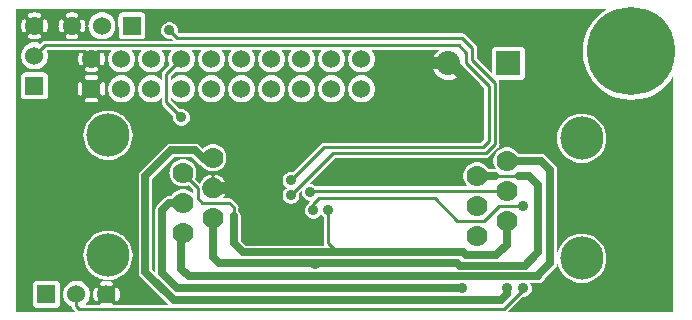
<source format=gbr>
G04 start of page 3 for group 1 idx 1 *
G04 Title: (unknown), solder *
G04 Creator: pcb 20110918 *
G04 CreationDate: Mon 02 Feb 2015 06:09:46 PM GMT UTC *
G04 For: railfan *
G04 Format: Gerber/RS-274X *
G04 PCB-Dimensions: 222000 104000 *
G04 PCB-Coordinate-Origin: lower left *
%MOIN*%
%FSLAX25Y25*%
%LNBOTTOM*%
%ADD48C,0.0300*%
%ADD47C,0.0480*%
%ADD46C,0.0380*%
%ADD45C,0.1280*%
%ADD44C,0.1285*%
%ADD43C,0.0200*%
%ADD42C,0.0360*%
%ADD41C,0.0700*%
%ADD40C,0.0800*%
%ADD39C,0.0600*%
%ADD38C,0.1440*%
%ADD37C,0.2937*%
%ADD36C,0.0250*%
%ADD35C,0.0400*%
%ADD34C,0.0100*%
%ADD33C,0.0001*%
G54D33*G36*
X96493Y41872D02*X96778Y42157D01*
X96726Y41939D01*
X96691Y41500D01*
X96726Y41061D01*
X96829Y40632D01*
X96997Y40225D01*
X97228Y39849D01*
X97514Y39514D01*
X97849Y39228D01*
X98225Y38997D01*
X98632Y38829D01*
X99061Y38726D01*
X99500Y38691D01*
X99576Y38697D01*
X99481Y38602D01*
X99436Y38564D01*
X99283Y38384D01*
X99159Y38183D01*
X99069Y37965D01*
X99053Y37897D01*
X98849Y37772D01*
X98514Y37486D01*
X98228Y37151D01*
X97997Y36775D01*
X97829Y36368D01*
X97726Y35939D01*
X97691Y35500D01*
X97726Y35061D01*
X97829Y34632D01*
X97997Y34225D01*
X98228Y33849D01*
X98514Y33514D01*
X98849Y33228D01*
X99225Y32997D01*
X99632Y32829D01*
X100061Y32726D01*
X100500Y32691D01*
X100939Y32726D01*
X101368Y32829D01*
X101775Y32997D01*
X102151Y33228D01*
X102486Y33514D01*
X102772Y33849D01*
X103000Y34221D01*
X103228Y33849D01*
X103514Y33514D01*
X103849Y33228D01*
X104000Y33135D01*
Y24559D01*
X103995Y24500D01*
X104014Y24265D01*
X104069Y24035D01*
X104159Y23817D01*
X104200Y23750D01*
X96493D01*
Y41872D01*
G37*
G36*
X116493Y81487D02*X116500Y81486D01*
X117206Y81542D01*
X117895Y81707D01*
X118549Y81978D01*
X119153Y82348D01*
X119692Y82808D01*
X120152Y83347D01*
X120522Y83951D01*
X120793Y84605D01*
X120958Y85294D01*
X121000Y86000D01*
X120958Y86706D01*
X120793Y87395D01*
X120522Y88049D01*
X120152Y88653D01*
X119856Y89000D01*
X142317D01*
X142257Y88963D01*
X141599Y88401D01*
X141037Y87743D01*
X140584Y87005D01*
X140253Y86205D01*
X140051Y85363D01*
X139983Y84500D01*
X140051Y83637D01*
X140253Y82795D01*
X140584Y81995D01*
X141037Y81257D01*
X141599Y80599D01*
X142257Y80037D01*
X142995Y79584D01*
X143795Y79253D01*
X144637Y79051D01*
X145500Y78983D01*
X146363Y79051D01*
X147205Y79253D01*
X148005Y79584D01*
X148743Y80037D01*
X149401Y80599D01*
X149963Y81257D01*
X150416Y81995D01*
X150747Y82795D01*
X150812Y83067D01*
X157500Y76379D01*
Y59121D01*
X156379Y58000D01*
X116493D01*
Y71487D01*
X116500Y71486D01*
X117206Y71542D01*
X117895Y71707D01*
X118549Y71978D01*
X119153Y72348D01*
X119692Y72808D01*
X120152Y73347D01*
X120522Y73951D01*
X120793Y74605D01*
X120958Y75294D01*
X121000Y76000D01*
X120958Y76706D01*
X120793Y77395D01*
X120522Y78049D01*
X120152Y78653D01*
X119692Y79192D01*
X119153Y79652D01*
X118549Y80022D01*
X117895Y80293D01*
X117206Y80458D01*
X116500Y80514D01*
X116493Y80513D01*
Y81487D01*
G37*
G36*
X106493D02*X106500Y81486D01*
X107206Y81542D01*
X107895Y81707D01*
X108549Y81978D01*
X109153Y82348D01*
X109692Y82808D01*
X110152Y83347D01*
X110522Y83951D01*
X110793Y84605D01*
X110958Y85294D01*
X111000Y86000D01*
X110958Y86706D01*
X110793Y87395D01*
X110522Y88049D01*
X110152Y88653D01*
X109856Y89000D01*
X113144D01*
X112848Y88653D01*
X112478Y88049D01*
X112207Y87395D01*
X112042Y86706D01*
X111986Y86000D01*
X112042Y85294D01*
X112207Y84605D01*
X112478Y83951D01*
X112848Y83347D01*
X113308Y82808D01*
X113847Y82348D01*
X114451Y81978D01*
X115105Y81707D01*
X115794Y81542D01*
X116493Y81487D01*
Y80513D01*
X115794Y80458D01*
X115105Y80293D01*
X114451Y80022D01*
X113847Y79652D01*
X113308Y79192D01*
X112848Y78653D01*
X112478Y78049D01*
X112207Y77395D01*
X112042Y76706D01*
X111986Y76000D01*
X112042Y75294D01*
X112207Y74605D01*
X112478Y73951D01*
X112848Y73347D01*
X113308Y72808D01*
X113847Y72348D01*
X114451Y71978D01*
X115105Y71707D01*
X115794Y71542D01*
X116493Y71487D01*
Y58000D01*
X106493D01*
Y71487D01*
X106500Y71486D01*
X107206Y71542D01*
X107895Y71707D01*
X108549Y71978D01*
X109153Y72348D01*
X109692Y72808D01*
X110152Y73347D01*
X110522Y73951D01*
X110793Y74605D01*
X110958Y75294D01*
X111000Y76000D01*
X110958Y76706D01*
X110793Y77395D01*
X110522Y78049D01*
X110152Y78653D01*
X109692Y79192D01*
X109153Y79652D01*
X108549Y80022D01*
X107895Y80293D01*
X107206Y80458D01*
X106500Y80514D01*
X106493Y80513D01*
Y81487D01*
G37*
G36*
X96493D02*X96500Y81486D01*
X97206Y81542D01*
X97895Y81707D01*
X98549Y81978D01*
X99153Y82348D01*
X99692Y82808D01*
X100152Y83347D01*
X100522Y83951D01*
X100793Y84605D01*
X100958Y85294D01*
X101000Y86000D01*
X100958Y86706D01*
X100793Y87395D01*
X100522Y88049D01*
X100152Y88653D01*
X99856Y89000D01*
X103144D01*
X102848Y88653D01*
X102478Y88049D01*
X102207Y87395D01*
X102042Y86706D01*
X101986Y86000D01*
X102042Y85294D01*
X102207Y84605D01*
X102478Y83951D01*
X102848Y83347D01*
X103308Y82808D01*
X103847Y82348D01*
X104451Y81978D01*
X105105Y81707D01*
X105794Y81542D01*
X106493Y81487D01*
Y80513D01*
X105794Y80458D01*
X105105Y80293D01*
X104451Y80022D01*
X103847Y79652D01*
X103308Y79192D01*
X102848Y78653D01*
X102478Y78049D01*
X102207Y77395D01*
X102042Y76706D01*
X101986Y76000D01*
X102042Y75294D01*
X102207Y74605D01*
X102478Y73951D01*
X102848Y73347D01*
X103308Y72808D01*
X103847Y72348D01*
X104451Y71978D01*
X105105Y71707D01*
X105794Y71542D01*
X106493Y71487D01*
Y58000D01*
X104059D01*
X104000Y58005D01*
X103765Y57986D01*
X103535Y57931D01*
X103317Y57841D01*
X103116Y57717D01*
X103115Y57717D01*
X102936Y57564D01*
X102898Y57519D01*
X96493Y51114D01*
Y71487D01*
X96500Y71486D01*
X97206Y71542D01*
X97895Y71707D01*
X98549Y71978D01*
X99153Y72348D01*
X99692Y72808D01*
X100152Y73347D01*
X100522Y73951D01*
X100793Y74605D01*
X100958Y75294D01*
X101000Y76000D01*
X100958Y76706D01*
X100793Y77395D01*
X100522Y78049D01*
X100152Y78653D01*
X99692Y79192D01*
X99153Y79652D01*
X98549Y80022D01*
X97895Y80293D01*
X97206Y80458D01*
X96500Y80514D01*
X96493Y80513D01*
Y81487D01*
G37*
G36*
X86493D02*X86500Y81486D01*
X87206Y81542D01*
X87895Y81707D01*
X88549Y81978D01*
X89153Y82348D01*
X89692Y82808D01*
X90152Y83347D01*
X90522Y83951D01*
X90793Y84605D01*
X90958Y85294D01*
X91000Y86000D01*
X90958Y86706D01*
X90793Y87395D01*
X90522Y88049D01*
X90152Y88653D01*
X89856Y89000D01*
X93144D01*
X92848Y88653D01*
X92478Y88049D01*
X92207Y87395D01*
X92042Y86706D01*
X91986Y86000D01*
X92042Y85294D01*
X92207Y84605D01*
X92478Y83951D01*
X92848Y83347D01*
X93308Y82808D01*
X93847Y82348D01*
X94451Y81978D01*
X95105Y81707D01*
X95794Y81542D01*
X96493Y81487D01*
Y80513D01*
X95794Y80458D01*
X95105Y80293D01*
X94451Y80022D01*
X93847Y79652D01*
X93308Y79192D01*
X92848Y78653D01*
X92478Y78049D01*
X92207Y77395D01*
X92042Y76706D01*
X91986Y76000D01*
X92042Y75294D01*
X92207Y74605D01*
X92478Y73951D01*
X92848Y73347D01*
X93308Y72808D01*
X93847Y72348D01*
X94451Y71978D01*
X95105Y71707D01*
X95794Y71542D01*
X96493Y71487D01*
Y51114D01*
X93611Y48233D01*
X93439Y48274D01*
X93000Y48309D01*
X92561Y48274D01*
X92132Y48171D01*
X91725Y48003D01*
X91349Y47772D01*
X91014Y47486D01*
X90728Y47151D01*
X90497Y46775D01*
X90329Y46368D01*
X90226Y45939D01*
X90191Y45500D01*
X90226Y45061D01*
X90329Y44632D01*
X90497Y44225D01*
X90728Y43849D01*
X91014Y43514D01*
X91349Y43228D01*
X91721Y43000D01*
X91349Y42772D01*
X91014Y42486D01*
X90728Y42151D01*
X90497Y41775D01*
X90329Y41368D01*
X90226Y40939D01*
X90191Y40500D01*
X90226Y40061D01*
X90329Y39632D01*
X90497Y39225D01*
X90728Y38849D01*
X91014Y38514D01*
X91349Y38228D01*
X91725Y37997D01*
X92132Y37829D01*
X92561Y37726D01*
X93000Y37691D01*
X93439Y37726D01*
X93868Y37829D01*
X94275Y37997D01*
X94651Y38228D01*
X94986Y38514D01*
X95272Y38849D01*
X95503Y39225D01*
X95671Y39632D01*
X95774Y40061D01*
X95800Y40500D01*
X95774Y40939D01*
X95733Y41111D01*
X96493Y41872D01*
Y23750D01*
X86493D01*
Y71487D01*
X86500Y71486D01*
X87206Y71542D01*
X87895Y71707D01*
X88549Y71978D01*
X89153Y72348D01*
X89692Y72808D01*
X90152Y73347D01*
X90522Y73951D01*
X90793Y74605D01*
X90958Y75294D01*
X91000Y76000D01*
X90958Y76706D01*
X90793Y77395D01*
X90522Y78049D01*
X90152Y78653D01*
X89692Y79192D01*
X89153Y79652D01*
X88549Y80022D01*
X87895Y80293D01*
X87206Y80458D01*
X86500Y80514D01*
X86493Y80513D01*
Y81487D01*
G37*
G36*
X76493D02*X76500Y81486D01*
X77206Y81542D01*
X77895Y81707D01*
X78549Y81978D01*
X79153Y82348D01*
X79692Y82808D01*
X80152Y83347D01*
X80522Y83951D01*
X80793Y84605D01*
X80958Y85294D01*
X81000Y86000D01*
X80958Y86706D01*
X80793Y87395D01*
X80522Y88049D01*
X80152Y88653D01*
X79856Y89000D01*
X83144D01*
X82848Y88653D01*
X82478Y88049D01*
X82207Y87395D01*
X82042Y86706D01*
X81986Y86000D01*
X82042Y85294D01*
X82207Y84605D01*
X82478Y83951D01*
X82848Y83347D01*
X83308Y82808D01*
X83847Y82348D01*
X84451Y81978D01*
X85105Y81707D01*
X85794Y81542D01*
X86493Y81487D01*
Y80513D01*
X85794Y80458D01*
X85105Y80293D01*
X84451Y80022D01*
X83847Y79652D01*
X83308Y79192D01*
X82848Y78653D01*
X82478Y78049D01*
X82207Y77395D01*
X82042Y76706D01*
X81986Y76000D01*
X82042Y75294D01*
X82207Y74605D01*
X82478Y73951D01*
X82848Y73347D01*
X83308Y72808D01*
X83847Y72348D01*
X84451Y71978D01*
X85105Y71707D01*
X85794Y71542D01*
X86493Y71487D01*
Y23750D01*
X77932D01*
X76493Y25189D01*
Y71487D01*
X76500Y71486D01*
X77206Y71542D01*
X77895Y71707D01*
X78549Y71978D01*
X79153Y72348D01*
X79692Y72808D01*
X80152Y73347D01*
X80522Y73951D01*
X80793Y74605D01*
X80958Y75294D01*
X81000Y76000D01*
X80958Y76706D01*
X80793Y77395D01*
X80522Y78049D01*
X80152Y78653D01*
X79692Y79192D01*
X79153Y79652D01*
X78549Y80022D01*
X77895Y80293D01*
X77206Y80458D01*
X76500Y80514D01*
X76493Y80513D01*
Y81487D01*
G37*
G36*
X69431Y82585D02*X69692Y82808D01*
X70152Y83347D01*
X70522Y83951D01*
X70793Y84605D01*
X70958Y85294D01*
X71000Y86000D01*
X70958Y86706D01*
X70793Y87395D01*
X70522Y88049D01*
X70152Y88653D01*
X69856Y89000D01*
X73144D01*
X72848Y88653D01*
X72478Y88049D01*
X72207Y87395D01*
X72042Y86706D01*
X71986Y86000D01*
X72042Y85294D01*
X72207Y84605D01*
X72478Y83951D01*
X72848Y83347D01*
X73308Y82808D01*
X73847Y82348D01*
X74451Y81978D01*
X75105Y81707D01*
X75794Y81542D01*
X76493Y81487D01*
Y80513D01*
X75794Y80458D01*
X75105Y80293D01*
X74451Y80022D01*
X73847Y79652D01*
X73308Y79192D01*
X72848Y78653D01*
X72478Y78049D01*
X72207Y77395D01*
X72042Y76706D01*
X71986Y76000D01*
X72042Y75294D01*
X72207Y74605D01*
X72478Y73951D01*
X72848Y73347D01*
X73308Y72808D01*
X73847Y72348D01*
X74451Y71978D01*
X75105Y71707D01*
X75794Y71542D01*
X76493Y71487D01*
Y25189D01*
X76250Y25432D01*
Y33500D01*
X76229Y33853D01*
X76146Y34197D01*
X76011Y34525D01*
X75826Y34827D01*
X75596Y35096D01*
X75500Y35178D01*
Y36441D01*
X75505Y36500D01*
X75486Y36735D01*
X75486Y36735D01*
X75431Y36965D01*
X75341Y37183D01*
X75217Y37384D01*
X75064Y37564D01*
X75019Y37602D01*
X73602Y39019D01*
X73564Y39064D01*
X73384Y39217D01*
X73183Y39341D01*
X72965Y39431D01*
X72735Y39486D01*
X72500Y39505D01*
X72441Y39500D01*
X69831D01*
X69889Y39544D01*
X70185Y39815D01*
X70456Y40111D01*
X70700Y40431D01*
X70914Y40771D01*
X71097Y41128D01*
X71248Y41501D01*
X71364Y41886D01*
X71379Y41964D01*
X71380Y42043D01*
X71368Y42121D01*
X71345Y42197D01*
X71310Y42268D01*
X71264Y42333D01*
X71209Y42390D01*
X71146Y42437D01*
X71076Y42474D01*
X71001Y42500D01*
X70923Y42513D01*
X70843Y42514D01*
X70765Y42503D01*
X70689Y42480D01*
X70618Y42445D01*
X70553Y42399D01*
X70496Y42344D01*
X70449Y42280D01*
X70412Y42210D01*
X70388Y42135D01*
X70301Y41835D01*
X70184Y41546D01*
X70041Y41268D01*
X69875Y41004D01*
X69686Y40756D01*
X69475Y40525D01*
X69431Y40485D01*
Y45515D01*
X69475Y45475D01*
X69686Y45244D01*
X69875Y44996D01*
X70041Y44732D01*
X70184Y44454D01*
X70301Y44165D01*
X70391Y43866D01*
X70415Y43791D01*
X70452Y43721D01*
X70499Y43658D01*
X70555Y43604D01*
X70620Y43558D01*
X70690Y43524D01*
X70766Y43500D01*
X70843Y43489D01*
X70922Y43490D01*
X71000Y43504D01*
X71074Y43529D01*
X71144Y43566D01*
X71207Y43613D01*
X71262Y43669D01*
X71307Y43734D01*
X71342Y43804D01*
X71365Y43880D01*
X71376Y43957D01*
X71375Y44036D01*
X71360Y44113D01*
X71248Y44499D01*
X71097Y44872D01*
X70914Y45229D01*
X70700Y45569D01*
X70456Y45889D01*
X70185Y46185D01*
X69889Y46456D01*
X69569Y46700D01*
X69431Y46787D01*
Y49212D01*
X69653Y49348D01*
X70192Y49808D01*
X70652Y50347D01*
X71022Y50951D01*
X71293Y51605D01*
X71458Y52294D01*
X71500Y53000D01*
X71458Y53706D01*
X71293Y54395D01*
X71022Y55049D01*
X70652Y55653D01*
X70192Y56192D01*
X69653Y56652D01*
X69431Y56788D01*
Y72585D01*
X69692Y72808D01*
X70152Y73347D01*
X70522Y73951D01*
X70793Y74605D01*
X70958Y75294D01*
X71000Y76000D01*
X70958Y76706D01*
X70793Y77395D01*
X70522Y78049D01*
X70152Y78653D01*
X69692Y79192D01*
X69431Y79415D01*
Y82585D01*
G37*
G36*
Y56788D02*X69049Y57022D01*
X68395Y57293D01*
X67706Y57458D01*
X67000Y57514D01*
X66493Y57474D01*
Y71487D01*
X66500Y71486D01*
X67206Y71542D01*
X67895Y71707D01*
X68549Y71978D01*
X69153Y72348D01*
X69431Y72585D01*
Y56788D01*
G37*
G36*
Y40485D02*X69244Y40314D01*
X68996Y40125D01*
X68732Y39959D01*
X68454Y39816D01*
X68165Y39699D01*
X67866Y39609D01*
X67791Y39585D01*
X67721Y39548D01*
X67658Y39501D01*
X67657Y39500D01*
X66493D01*
Y46744D01*
X66500Y46766D01*
X66511Y46844D01*
X66510Y46922D01*
X66496Y47000D01*
X66493Y47009D01*
Y48526D01*
X67000Y48486D01*
X67706Y48542D01*
X68395Y48707D01*
X69049Y48978D01*
X69431Y49212D01*
Y46787D01*
X69229Y46914D01*
X68872Y47097D01*
X68499Y47248D01*
X68114Y47364D01*
X68036Y47379D01*
X67957Y47380D01*
X67879Y47368D01*
X67803Y47345D01*
X67732Y47310D01*
X67667Y47264D01*
X67610Y47209D01*
X67563Y47146D01*
X67526Y47076D01*
X67500Y47001D01*
X67487Y46923D01*
X67486Y46843D01*
X67497Y46765D01*
X67520Y46689D01*
X67555Y46618D01*
X67601Y46553D01*
X67656Y46496D01*
X67720Y46449D01*
X67790Y46412D01*
X67865Y46388D01*
X68165Y46301D01*
X68454Y46184D01*
X68732Y46041D01*
X68996Y45875D01*
X69244Y45686D01*
X69431Y45515D01*
Y40485D01*
G37*
G36*
X66493Y81487D02*X66500Y81486D01*
X67206Y81542D01*
X67895Y81707D01*
X68549Y81978D01*
X69153Y82348D01*
X69431Y82585D01*
Y79415D01*
X69153Y79652D01*
X68549Y80022D01*
X67895Y80293D01*
X67206Y80458D01*
X66500Y80514D01*
X66493Y80513D01*
Y81487D01*
G37*
G36*
Y47009D02*X66471Y47074D01*
X66434Y47144D01*
X66387Y47207D01*
X66331Y47262D01*
X66266Y47307D01*
X66196Y47342D01*
X66120Y47365D01*
X66043Y47376D01*
X65964Y47375D01*
X65887Y47360D01*
X65501Y47248D01*
X65128Y47097D01*
X64771Y46914D01*
X64431Y46700D01*
X64111Y46456D01*
X63815Y46185D01*
X63544Y45889D01*
X63300Y45569D01*
X63086Y45229D01*
X62903Y44872D01*
X62752Y44499D01*
X62722Y44399D01*
X61065Y46056D01*
X61293Y46605D01*
X61458Y47294D01*
X61500Y48000D01*
X61458Y48706D01*
X61293Y49395D01*
X61022Y50049D01*
X60652Y50653D01*
X60192Y51192D01*
X59653Y51652D01*
X59049Y52022D01*
X58395Y52293D01*
X57706Y52458D01*
X57000Y52514D01*
X56294Y52458D01*
X55605Y52293D01*
X54951Y52022D01*
X54347Y51652D01*
X53808Y51192D01*
X53348Y50653D01*
X52978Y50049D01*
X52707Y49395D01*
X52542Y48706D01*
X52486Y48000D01*
X52542Y47294D01*
X52707Y46605D01*
X52978Y45951D01*
X53348Y45347D01*
X53808Y44808D01*
X54347Y44348D01*
X54951Y43978D01*
X55605Y43707D01*
X56294Y43542D01*
X57000Y43486D01*
X57706Y43542D01*
X58395Y43707D01*
X58944Y43935D01*
X60500Y42379D01*
Y40831D01*
X60192Y41192D01*
X59653Y41652D01*
X59049Y42022D01*
X58395Y42293D01*
X57706Y42458D01*
X57000Y42514D01*
X56294Y42458D01*
X55605Y42293D01*
X54951Y42022D01*
X54347Y41652D01*
X53808Y41192D01*
X53348Y40653D01*
X53101Y40250D01*
X52588D01*
X52500Y40257D01*
X52147Y40229D01*
X51803Y40146D01*
X51475Y40011D01*
X51173Y39826D01*
X51173Y39826D01*
X50904Y39596D01*
X50847Y39529D01*
X48471Y37153D01*
X48404Y37096D01*
X48174Y36827D01*
X47989Y36525D01*
X47854Y36197D01*
X47771Y35853D01*
X47771Y35853D01*
X47743Y35500D01*
X47750Y35412D01*
Y14932D01*
X46750Y15932D01*
Y46068D01*
X53932Y53250D01*
X60068D01*
X62347Y50971D01*
X62404Y50904D01*
X62673Y50674D01*
X62673Y50674D01*
X62861Y50559D01*
X62975Y50489D01*
X63303Y50354D01*
X63353Y50341D01*
X63808Y49808D01*
X64347Y49348D01*
X64951Y48978D01*
X65605Y48707D01*
X66294Y48542D01*
X66493Y48526D01*
Y47009D01*
G37*
G36*
Y39500D02*X66347D01*
X66344Y39504D01*
X66280Y39551D01*
X66210Y39588D01*
X66135Y39612D01*
X65835Y39699D01*
X65546Y39816D01*
X65268Y39959D01*
X65004Y40125D01*
X64756Y40314D01*
X64525Y40525D01*
X64314Y40756D01*
X64125Y41004D01*
X63959Y41268D01*
X63816Y41546D01*
X63699Y41835D01*
X63609Y42134D01*
X63585Y42209D01*
X63548Y42279D01*
X63501Y42342D01*
X63500Y42343D01*
Y42941D01*
X63505Y43000D01*
X63486Y43235D01*
X63486Y43235D01*
X63431Y43465D01*
X63391Y43562D01*
X63447Y43601D01*
X63504Y43656D01*
X63551Y43720D01*
X63588Y43790D01*
X63612Y43865D01*
X63699Y44165D01*
X63816Y44454D01*
X63959Y44732D01*
X64125Y44996D01*
X64314Y45244D01*
X64525Y45475D01*
X64756Y45686D01*
X65004Y45875D01*
X65268Y46041D01*
X65546Y46184D01*
X65835Y46301D01*
X66134Y46391D01*
X66209Y46415D01*
X66279Y46452D01*
X66342Y46499D01*
X66396Y46555D01*
X66442Y46620D01*
X66476Y46690D01*
X66493Y46744D01*
Y39500D01*
G37*
G36*
X42000Y75824D02*X42042Y75294D01*
X42207Y74605D01*
X42478Y73951D01*
X42848Y73347D01*
X43308Y72808D01*
X43847Y72348D01*
X44451Y71978D01*
X45105Y71707D01*
X45794Y71542D01*
X46500Y71486D01*
X47206Y71542D01*
X47895Y71707D01*
X48549Y71978D01*
X49153Y72348D01*
X49692Y72808D01*
X50000Y73169D01*
Y71559D01*
X49995Y71500D01*
X50014Y71265D01*
X50069Y71035D01*
X50159Y70817D01*
X50283Y70616D01*
X50436Y70436D01*
X50481Y70398D01*
X53767Y67111D01*
X53726Y66939D01*
X53691Y66500D01*
X53726Y66061D01*
X53829Y65632D01*
X53997Y65225D01*
X54228Y64849D01*
X54514Y64514D01*
X54849Y64228D01*
X55225Y63997D01*
X55632Y63829D01*
X56061Y63726D01*
X56500Y63691D01*
X56939Y63726D01*
X57368Y63829D01*
X57775Y63997D01*
X58151Y64228D01*
X58486Y64514D01*
X58772Y64849D01*
X59003Y65225D01*
X59171Y65632D01*
X59274Y66061D01*
X59300Y66500D01*
X59274Y66939D01*
X59171Y67368D01*
X59003Y67775D01*
X58772Y68151D01*
X58486Y68486D01*
X58151Y68772D01*
X57775Y69003D01*
X57368Y69171D01*
X56939Y69274D01*
X56500Y69309D01*
X56061Y69274D01*
X55889Y69233D01*
X53000Y72121D01*
Y73169D01*
X53308Y72808D01*
X53847Y72348D01*
X54451Y71978D01*
X55105Y71707D01*
X55794Y71542D01*
X56500Y71486D01*
X57206Y71542D01*
X57895Y71707D01*
X58549Y71978D01*
X59153Y72348D01*
X59692Y72808D01*
X60152Y73347D01*
X60522Y73951D01*
X60793Y74605D01*
X60958Y75294D01*
X61000Y76000D01*
X60958Y76706D01*
X60793Y77395D01*
X60522Y78049D01*
X60152Y78653D01*
X59692Y79192D01*
X59153Y79652D01*
X58549Y80022D01*
X57895Y80293D01*
X57206Y80458D01*
X56500Y80514D01*
X55794Y80458D01*
X55105Y80293D01*
X54451Y80022D01*
X53847Y79652D01*
X53308Y79192D01*
X53000Y78831D01*
Y80379D01*
X54556Y81935D01*
X55105Y81707D01*
X55794Y81542D01*
X56500Y81486D01*
X57206Y81542D01*
X57895Y81707D01*
X58549Y81978D01*
X59153Y82348D01*
X59692Y82808D01*
X60152Y83347D01*
X60522Y83951D01*
X60793Y84605D01*
X60958Y85294D01*
X61000Y86000D01*
X60958Y86706D01*
X60793Y87395D01*
X60522Y88049D01*
X60152Y88653D01*
X59856Y89000D01*
X63144D01*
X62848Y88653D01*
X62478Y88049D01*
X62207Y87395D01*
X62042Y86706D01*
X61986Y86000D01*
X62042Y85294D01*
X62207Y84605D01*
X62478Y83951D01*
X62848Y83347D01*
X63308Y82808D01*
X63847Y82348D01*
X64451Y81978D01*
X65105Y81707D01*
X65794Y81542D01*
X66493Y81487D01*
Y80513D01*
X65794Y80458D01*
X65105Y80293D01*
X64451Y80022D01*
X63847Y79652D01*
X63308Y79192D01*
X62848Y78653D01*
X62478Y78049D01*
X62207Y77395D01*
X62042Y76706D01*
X61986Y76000D01*
X62042Y75294D01*
X62207Y74605D01*
X62478Y73951D01*
X62848Y73347D01*
X63308Y72808D01*
X63847Y72348D01*
X64451Y71978D01*
X65105Y71707D01*
X65794Y71542D01*
X66493Y71487D01*
Y57474D01*
X66294Y57458D01*
X65605Y57293D01*
X64951Y57022D01*
X64347Y56652D01*
X63808Y56192D01*
X63662Y56020D01*
X62653Y57029D01*
X62596Y57096D01*
X62327Y57326D01*
X62327Y57326D01*
X62212Y57396D01*
X62025Y57511D01*
X61793Y57607D01*
X61697Y57646D01*
X61353Y57729D01*
X61000Y57757D01*
X60912Y57750D01*
X53088D01*
X53000Y57757D01*
X52647Y57729D01*
X52303Y57646D01*
X51975Y57511D01*
X51673Y57326D01*
X51673Y57326D01*
X51404Y57096D01*
X51347Y57029D01*
X42971Y48653D01*
X42904Y48596D01*
X42674Y48327D01*
X42489Y48025D01*
X42354Y47697D01*
X42271Y47353D01*
X42271Y47353D01*
X42243Y47000D01*
X42250Y46912D01*
Y15088D01*
X42243Y15000D01*
X42271Y14647D01*
X42354Y14303D01*
X42489Y13975D01*
X42674Y13673D01*
X42674Y13673D01*
X42904Y13404D01*
X42971Y13347D01*
X52318Y4000D01*
X42000D01*
Y52385D01*
X42061Y52439D01*
X44061Y54439D01*
X44217Y54616D01*
X44341Y54817D01*
X44431Y55035D01*
X44486Y55265D01*
X44505Y55500D01*
X44486Y55735D01*
X44431Y55965D01*
X44341Y56183D01*
X44217Y56384D01*
X44064Y56564D01*
X43884Y56717D01*
X43683Y56841D01*
X43465Y56931D01*
X43235Y56986D01*
X43000Y57005D01*
X42765Y56986D01*
X42535Y56931D01*
X42317Y56841D01*
X42116Y56717D01*
X42000Y56615D01*
Y75824D01*
G37*
G36*
Y85824D02*X42042Y85294D01*
X42207Y84605D01*
X42478Y83951D01*
X42848Y83347D01*
X43308Y82808D01*
X43847Y82348D01*
X44451Y81978D01*
X45105Y81707D01*
X45794Y81542D01*
X46500Y81486D01*
X47206Y81542D01*
X47895Y81707D01*
X48549Y81978D01*
X49153Y82348D01*
X49692Y82808D01*
X50152Y83347D01*
X50522Y83951D01*
X50793Y84605D01*
X50958Y85294D01*
X51000Y86000D01*
X50958Y86706D01*
X50793Y87395D01*
X50522Y88049D01*
X50152Y88653D01*
X49856Y89000D01*
X53144D01*
X52848Y88653D01*
X52478Y88049D01*
X52207Y87395D01*
X52042Y86706D01*
X51986Y86000D01*
X52042Y85294D01*
X52207Y84605D01*
X52435Y84056D01*
X50481Y82102D01*
X50436Y82064D01*
X50283Y81884D01*
X50159Y81683D01*
X50069Y81465D01*
X50014Y81235D01*
X50014Y81235D01*
X49995Y81000D01*
X50000Y80941D01*
Y78831D01*
X49692Y79192D01*
X49153Y79652D01*
X48549Y80022D01*
X47895Y80293D01*
X47206Y80458D01*
X46500Y80514D01*
X45794Y80458D01*
X45105Y80293D01*
X44451Y80022D01*
X43847Y79652D01*
X43308Y79192D01*
X42848Y78653D01*
X42478Y78049D01*
X42207Y77395D01*
X42042Y76706D01*
X42000Y76176D01*
Y85824D01*
G37*
G36*
Y89000D02*X43144D01*
X42848Y88653D01*
X42478Y88049D01*
X42207Y87395D01*
X42042Y86706D01*
X42000Y86176D01*
Y89000D01*
G37*
G36*
X189912Y102500D02*X198372D01*
X196958Y101634D01*
X195021Y99979D01*
X193366Y98042D01*
X192035Y95870D01*
X191061Y93517D01*
X190466Y91040D01*
X190266Y88500D01*
X190466Y85960D01*
X191061Y83483D01*
X192035Y81130D01*
X193366Y78958D01*
X195021Y77021D01*
X196958Y75366D01*
X199130Y74035D01*
X201483Y73061D01*
X203960Y72466D01*
X206500Y72266D01*
X209040Y72466D01*
X211517Y73061D01*
X213870Y74035D01*
X216042Y75366D01*
X217979Y77021D01*
X219634Y78958D01*
X220500Y80372D01*
Y1500D01*
X189912D01*
Y11276D01*
X189925Y11275D01*
X191212Y11376D01*
X192467Y11677D01*
X193659Y12171D01*
X194760Y12846D01*
X195741Y13684D01*
X196579Y14665D01*
X197254Y15766D01*
X197748Y16958D01*
X198049Y18213D01*
X198125Y19500D01*
X198049Y20787D01*
X197748Y22042D01*
X197254Y23234D01*
X196579Y24335D01*
X195741Y25316D01*
X194760Y26154D01*
X193659Y26829D01*
X192467Y27323D01*
X191212Y27624D01*
X189925Y27725D01*
X189912Y27724D01*
Y51276D01*
X189925Y51275D01*
X191212Y51376D01*
X192467Y51677D01*
X193659Y52171D01*
X194760Y52846D01*
X195741Y53684D01*
X196579Y54665D01*
X197254Y55766D01*
X197748Y56958D01*
X198049Y58213D01*
X198125Y59500D01*
X198049Y60787D01*
X197748Y62042D01*
X197254Y63234D01*
X196579Y64335D01*
X195741Y65316D01*
X194760Y66154D01*
X193659Y66829D01*
X192467Y67323D01*
X191212Y67624D01*
X189925Y67725D01*
X189912Y67724D01*
Y102500D01*
G37*
G36*
Y1500D02*X165121D01*
X170326Y6705D01*
X170500Y6691D01*
X170939Y6726D01*
X171368Y6829D01*
X171775Y6997D01*
X172151Y7228D01*
X172486Y7514D01*
X172772Y7849D01*
X173003Y8225D01*
X173171Y8632D01*
X173274Y9061D01*
X173300Y9500D01*
X173274Y9939D01*
X173171Y10368D01*
X173003Y10775D01*
X172772Y11151D01*
X172688Y11250D01*
X174912D01*
X175000Y11243D01*
X175088Y11250D01*
X175500D01*
X175853Y11271D01*
X176197Y11354D01*
X176525Y11489D01*
X176827Y11674D01*
X177096Y11904D01*
X177326Y12173D01*
X177511Y12475D01*
X177646Y12803D01*
X177698Y13016D01*
X181029Y16347D01*
X181096Y16404D01*
X181326Y16673D01*
X181326Y16673D01*
X181511Y16975D01*
X181646Y17303D01*
X181729Y17647D01*
X181757Y18000D01*
X181750Y18088D01*
Y18861D01*
X181801Y18213D01*
X182102Y16958D01*
X182596Y15766D01*
X183271Y14665D01*
X184109Y13684D01*
X185090Y12846D01*
X186191Y12171D01*
X187383Y11677D01*
X188638Y11376D01*
X189912Y11276D01*
Y1500D01*
G37*
G36*
X152094Y43500D02*X101470D01*
X101151Y43772D01*
X100775Y44003D01*
X100368Y44171D01*
X99939Y44274D01*
X99500Y44309D01*
X99061Y44274D01*
X98843Y44222D01*
X107621Y53000D01*
X157941D01*
X158000Y52995D01*
X158235Y53014D01*
X158235Y53014D01*
X158465Y53069D01*
X158683Y53159D01*
X158884Y53283D01*
X159064Y53436D01*
X159102Y53481D01*
X162019Y56398D01*
X162064Y56436D01*
X162217Y56615D01*
X162217Y56616D01*
X162341Y56817D01*
X162431Y57035D01*
X162486Y57265D01*
X162505Y57500D01*
X162500Y57559D01*
Y77941D01*
X162505Y78000D01*
X162486Y78235D01*
X162431Y78465D01*
X162341Y78683D01*
X162217Y78884D01*
X162118Y79001D01*
X169735Y79014D01*
X169965Y79069D01*
X170183Y79159D01*
X170384Y79283D01*
X170564Y79436D01*
X170717Y79616D01*
X170841Y79817D01*
X170931Y80035D01*
X170986Y80265D01*
X171000Y80500D01*
X170986Y88735D01*
X170931Y88965D01*
X170841Y89183D01*
X170717Y89384D01*
X170564Y89564D01*
X170384Y89717D01*
X170183Y89841D01*
X169965Y89931D01*
X169735Y89986D01*
X169500Y90000D01*
X161265Y89986D01*
X161035Y89931D01*
X160817Y89841D01*
X160616Y89717D01*
X160436Y89564D01*
X160283Y89384D01*
X160159Y89183D01*
X160069Y88965D01*
X160014Y88735D01*
X160000Y88500D01*
X160012Y81109D01*
X155000Y86121D01*
Y89441D01*
X155005Y89500D01*
X154986Y89735D01*
X154931Y89965D01*
X154841Y90183D01*
X154717Y90384D01*
X154564Y90564D01*
X154519Y90602D01*
X151102Y94019D01*
X151064Y94064D01*
X150884Y94217D01*
X150683Y94341D01*
X150465Y94431D01*
X150235Y94486D01*
X150000Y94505D01*
X149941Y94500D01*
X55621D01*
X55233Y94889D01*
X55274Y95061D01*
X55300Y95500D01*
X55274Y95939D01*
X55171Y96368D01*
X55003Y96775D01*
X54772Y97151D01*
X54486Y97486D01*
X54151Y97772D01*
X53775Y98003D01*
X53368Y98171D01*
X52939Y98274D01*
X52500Y98309D01*
X52061Y98274D01*
X51632Y98171D01*
X51225Y98003D01*
X50849Y97772D01*
X50514Y97486D01*
X50228Y97151D01*
X49997Y96775D01*
X49829Y96368D01*
X49726Y95939D01*
X49691Y95500D01*
X49726Y95061D01*
X49829Y94632D01*
X49997Y94225D01*
X50228Y93849D01*
X50514Y93514D01*
X50849Y93228D01*
X51225Y92997D01*
X51632Y92829D01*
X52061Y92726D01*
X52500Y92691D01*
X52939Y92726D01*
X53111Y92767D01*
X53879Y92000D01*
X42000D01*
Y92511D01*
X43235Y92514D01*
X43465Y92569D01*
X43683Y92659D01*
X43884Y92783D01*
X44064Y92936D01*
X44217Y93116D01*
X44341Y93317D01*
X44431Y93535D01*
X44486Y93765D01*
X44500Y94000D01*
X44486Y100235D01*
X44431Y100465D01*
X44341Y100683D01*
X44217Y100884D01*
X44064Y101064D01*
X43884Y101217D01*
X43683Y101341D01*
X43465Y101431D01*
X43235Y101486D01*
X43000Y101500D01*
X42000Y101498D01*
Y102500D01*
X189912D01*
Y67724D01*
X188638Y67624D01*
X187383Y67323D01*
X186191Y66829D01*
X185090Y66154D01*
X184109Y65316D01*
X183271Y64335D01*
X182596Y63234D01*
X182102Y62042D01*
X181801Y60787D01*
X181700Y59500D01*
X181801Y58213D01*
X182102Y56958D01*
X182596Y55766D01*
X183271Y54665D01*
X184109Y53684D01*
X185090Y52846D01*
X186191Y52171D01*
X187383Y51677D01*
X188638Y51376D01*
X189912Y51276D01*
Y27724D01*
X188638Y27624D01*
X187383Y27323D01*
X186191Y26829D01*
X185090Y26154D01*
X184109Y25316D01*
X183271Y24335D01*
X182596Y23234D01*
X182102Y22042D01*
X181801Y20787D01*
X181750Y20139D01*
Y48912D01*
X181757Y49000D01*
X181729Y49353D01*
X181729Y49353D01*
X181646Y49697D01*
X181511Y50025D01*
X181326Y50327D01*
X181096Y50596D01*
X181029Y50653D01*
X178153Y53529D01*
X178096Y53596D01*
X177827Y53826D01*
X177525Y54011D01*
X177197Y54146D01*
X176853Y54229D01*
X176853Y54229D01*
X176500Y54257D01*
X176412Y54250D01*
X168824D01*
X168577Y54653D01*
X168117Y55192D01*
X167578Y55652D01*
X166974Y56022D01*
X166320Y56293D01*
X165631Y56458D01*
X164925Y56514D01*
X164219Y56458D01*
X163530Y56293D01*
X162876Y56022D01*
X162272Y55652D01*
X161733Y55192D01*
X161273Y54653D01*
X160903Y54049D01*
X160632Y53395D01*
X160467Y52706D01*
X160411Y52000D01*
X160467Y51294D01*
X160632Y50605D01*
X160903Y49951D01*
X161273Y49347D01*
X161379Y49223D01*
X161353Y49229D01*
X161000Y49250D01*
X158824D01*
X158577Y49653D01*
X158117Y50192D01*
X157578Y50652D01*
X156974Y51022D01*
X156320Y51293D01*
X155631Y51458D01*
X154925Y51514D01*
X154219Y51458D01*
X153530Y51293D01*
X152876Y51022D01*
X152272Y50652D01*
X151733Y50192D01*
X151273Y49653D01*
X150903Y49049D01*
X150632Y48395D01*
X150467Y47706D01*
X150411Y47000D01*
X150467Y46294D01*
X150632Y45605D01*
X150903Y44951D01*
X151273Y44347D01*
X151733Y43808D01*
X152094Y43500D01*
G37*
G36*
X36493Y81487D02*X36500Y81486D01*
X37206Y81542D01*
X37895Y81707D01*
X38549Y81978D01*
X39153Y82348D01*
X39692Y82808D01*
X40152Y83347D01*
X40522Y83951D01*
X40793Y84605D01*
X40958Y85294D01*
X41000Y86000D01*
X40958Y86706D01*
X40793Y87395D01*
X40522Y88049D01*
X40152Y88653D01*
X39856Y89000D01*
X42000D01*
Y86176D01*
X41986Y86000D01*
X42000Y85824D01*
Y76176D01*
X41986Y76000D01*
X42000Y75824D01*
Y56615D01*
X41939Y56561D01*
X39939Y54561D01*
X39783Y54384D01*
X39659Y54183D01*
X39569Y53965D01*
X39514Y53735D01*
X39495Y53500D01*
X39514Y53265D01*
X39569Y53035D01*
X39659Y52817D01*
X39783Y52616D01*
X39936Y52436D01*
X40116Y52283D01*
X40317Y52159D01*
X40535Y52069D01*
X40765Y52014D01*
X41000Y51995D01*
X41235Y52014D01*
X41465Y52069D01*
X41683Y52159D01*
X41884Y52283D01*
X42000Y52385D01*
Y4000D01*
X36493D01*
Y13636D01*
X36835Y13846D01*
X37816Y14684D01*
X38654Y15665D01*
X39329Y16766D01*
X39823Y17958D01*
X40124Y19213D01*
X40200Y20500D01*
X40124Y21787D01*
X39823Y23042D01*
X39329Y24234D01*
X38654Y25335D01*
X37816Y26316D01*
X36835Y27154D01*
X36493Y27364D01*
Y53636D01*
X36835Y53846D01*
X37816Y54684D01*
X38654Y55665D01*
X39329Y56766D01*
X39823Y57958D01*
X40124Y59213D01*
X40200Y60500D01*
X40124Y61787D01*
X39823Y63042D01*
X39329Y64234D01*
X38654Y65335D01*
X37816Y66316D01*
X36835Y67154D01*
X36493Y67364D01*
Y71487D01*
X36500Y71486D01*
X37206Y71542D01*
X37895Y71707D01*
X38549Y71978D01*
X39153Y72348D01*
X39692Y72808D01*
X40152Y73347D01*
X40522Y73951D01*
X40793Y74605D01*
X40958Y75294D01*
X41000Y76000D01*
X40958Y76706D01*
X40793Y77395D01*
X40522Y78049D01*
X40152Y78653D01*
X39692Y79192D01*
X39153Y79652D01*
X38549Y80022D01*
X37895Y80293D01*
X37206Y80458D01*
X36500Y80514D01*
X36493Y80513D01*
Y81487D01*
G37*
G36*
Y27364D02*X35734Y27829D01*
X34542Y28323D01*
X33287Y28624D01*
X32000Y28725D01*
X30713Y28624D01*
X30250Y28513D01*
Y52487D01*
X30713Y52376D01*
X32000Y52275D01*
X33287Y52376D01*
X34542Y52677D01*
X35734Y53171D01*
X36493Y53636D01*
Y27364D01*
G37*
G36*
Y4000D02*X35113D01*
Y5353D01*
X35156Y5360D01*
X35268Y5397D01*
X35373Y5452D01*
X35468Y5522D01*
X35551Y5606D01*
X35619Y5702D01*
X35670Y5808D01*
X35818Y6216D01*
X35922Y6637D01*
X35984Y7067D01*
X36005Y7500D01*
X35984Y7933D01*
X35922Y8363D01*
X35818Y8784D01*
X35675Y9194D01*
X35622Y9300D01*
X35553Y9396D01*
X35470Y9481D01*
X35375Y9551D01*
X35269Y9606D01*
X35157Y9643D01*
X35113Y9651D01*
Y12914D01*
X35734Y13171D01*
X36493Y13636D01*
Y4000D01*
G37*
G36*
X35113D02*X33663D01*
X33664Y4079D01*
X33646Y4196D01*
X33610Y4309D01*
X33557Y4415D01*
X33488Y4512D01*
X33405Y4596D01*
X33309Y4667D01*
X33204Y4721D01*
X33092Y4759D01*
X32975Y4778D01*
X32856Y4779D01*
X32739Y4761D01*
X32626Y4723D01*
X32355Y4624D01*
X32075Y4556D01*
X31789Y4514D01*
X31500Y4500D01*
X31211Y4514D01*
X30925Y4556D01*
X30645Y4624D01*
X30372Y4720D01*
X30261Y4758D01*
X30250Y4759D01*
Y10237D01*
X30261Y10239D01*
X30374Y10277D01*
X30645Y10376D01*
X30925Y10444D01*
X31211Y10486D01*
X31500Y10500D01*
X31789Y10486D01*
X32075Y10444D01*
X32355Y10376D01*
X32628Y10280D01*
X32739Y10242D01*
X32856Y10225D01*
X32974Y10225D01*
X33091Y10245D01*
X33203Y10282D01*
X33307Y10336D01*
X33402Y10406D01*
X33485Y10491D01*
X33554Y10587D01*
X33607Y10692D01*
X33643Y10805D01*
X33660Y10921D01*
X33659Y11039D01*
X33640Y11156D01*
X33603Y11268D01*
X33548Y11373D01*
X33478Y11468D01*
X33394Y11551D01*
X33298Y11619D01*
X33192Y11670D01*
X32784Y11818D01*
X32363Y11922D01*
X31933Y11984D01*
X31500Y12005D01*
X31067Y11984D01*
X30637Y11922D01*
X30250Y11827D01*
Y12487D01*
X30713Y12376D01*
X32000Y12275D01*
X33287Y12376D01*
X34542Y12677D01*
X35113Y12914D01*
Y9651D01*
X35040Y9663D01*
X34921Y9664D01*
X34804Y9646D01*
X34691Y9610D01*
X34585Y9557D01*
X34488Y9488D01*
X34404Y9405D01*
X34333Y9309D01*
X34279Y9204D01*
X34241Y9092D01*
X34222Y8975D01*
X34221Y8856D01*
X34239Y8739D01*
X34277Y8626D01*
X34376Y8355D01*
X34444Y8075D01*
X34486Y7789D01*
X34500Y7500D01*
X34486Y7211D01*
X34444Y6925D01*
X34376Y6645D01*
X34280Y6372D01*
X34242Y6261D01*
X34225Y6144D01*
X34225Y6026D01*
X34245Y5909D01*
X34282Y5797D01*
X34336Y5693D01*
X34406Y5598D01*
X34491Y5515D01*
X34587Y5446D01*
X34692Y5393D01*
X34805Y5357D01*
X34921Y5340D01*
X35039Y5341D01*
X35113Y5353D01*
Y4000D01*
G37*
G36*
X30250Y89000D02*X33144D01*
X32848Y88653D01*
X32478Y88049D01*
X32207Y87395D01*
X32042Y86706D01*
X31986Y86000D01*
X32042Y85294D01*
X32207Y84605D01*
X32478Y83951D01*
X32848Y83347D01*
X33308Y82808D01*
X33847Y82348D01*
X34451Y81978D01*
X35105Y81707D01*
X35794Y81542D01*
X36493Y81487D01*
Y80513D01*
X35794Y80458D01*
X35105Y80293D01*
X34451Y80022D01*
X33847Y79652D01*
X33308Y79192D01*
X32848Y78653D01*
X32478Y78049D01*
X32207Y77395D01*
X32042Y76706D01*
X31986Y76000D01*
X32042Y75294D01*
X32207Y74605D01*
X32478Y73951D01*
X32848Y73347D01*
X33308Y72808D01*
X33847Y72348D01*
X34451Y71978D01*
X35105Y71707D01*
X35794Y71542D01*
X36493Y71487D01*
Y67364D01*
X35734Y67829D01*
X34542Y68323D01*
X33287Y68624D01*
X32000Y68725D01*
X30713Y68624D01*
X30250Y68513D01*
Y73748D01*
X30368Y73757D01*
X30482Y73785D01*
X30592Y73830D01*
X30692Y73891D01*
X30782Y73968D01*
X30859Y74058D01*
X30920Y74158D01*
X30965Y74268D01*
X30993Y74382D01*
X31000Y74500D01*
Y77500D01*
X30993Y77618D01*
X30965Y77732D01*
X30920Y77842D01*
X30859Y77942D01*
X30782Y78032D01*
X30692Y78109D01*
X30592Y78170D01*
X30482Y78215D01*
X30368Y78243D01*
X30250Y78252D01*
Y83891D01*
X30268Y83897D01*
X30373Y83952D01*
X30468Y84022D01*
X30551Y84106D01*
X30619Y84202D01*
X30670Y84308D01*
X30818Y84716D01*
X30922Y85137D01*
X30984Y85567D01*
X31005Y86000D01*
X30984Y86433D01*
X30922Y86863D01*
X30818Y87284D01*
X30675Y87694D01*
X30622Y87800D01*
X30553Y87896D01*
X30470Y87981D01*
X30375Y88051D01*
X30269Y88106D01*
X30250Y88112D01*
Y89000D01*
G37*
G36*
Y28513D02*X29458Y28323D01*
X28266Y27829D01*
X27165Y27154D01*
X26500Y26586D01*
Y54414D01*
X27165Y53846D01*
X28266Y53171D01*
X29458Y52677D01*
X30250Y52487D01*
Y28513D01*
G37*
G36*
Y4759D02*X30144Y4775D01*
X30026Y4775D01*
X29909Y4755D01*
X29797Y4718D01*
X29693Y4664D01*
X29598Y4594D01*
X29515Y4509D01*
X29446Y4413D01*
X29393Y4308D01*
X29357Y4195D01*
X29340Y4079D01*
X29340Y4000D01*
X27887D01*
Y5349D01*
X27960Y5337D01*
X28079Y5336D01*
X28196Y5354D01*
X28309Y5390D01*
X28415Y5443D01*
X28512Y5512D01*
X28596Y5595D01*
X28667Y5691D01*
X28721Y5796D01*
X28759Y5908D01*
X28778Y6025D01*
X28779Y6144D01*
X28761Y6261D01*
X28723Y6374D01*
X28624Y6645D01*
X28556Y6925D01*
X28514Y7211D01*
X28500Y7500D01*
X28514Y7789D01*
X28556Y8075D01*
X28624Y8355D01*
X28720Y8628D01*
X28758Y8739D01*
X28775Y8856D01*
X28775Y8974D01*
X28755Y9091D01*
X28718Y9203D01*
X28664Y9307D01*
X28594Y9402D01*
X28509Y9485D01*
X28413Y9554D01*
X28308Y9607D01*
X28195Y9643D01*
X28079Y9660D01*
X27961Y9659D01*
X27887Y9647D01*
Y13403D01*
X28266Y13171D01*
X29458Y12677D01*
X30250Y12487D01*
Y11827D01*
X30216Y11818D01*
X29806Y11675D01*
X29700Y11622D01*
X29604Y11553D01*
X29519Y11470D01*
X29449Y11375D01*
X29394Y11269D01*
X29357Y11157D01*
X29337Y11040D01*
X29336Y10921D01*
X29354Y10804D01*
X29390Y10691D01*
X29443Y10585D01*
X29512Y10488D01*
X29595Y10404D01*
X29691Y10333D01*
X29796Y10279D01*
X29908Y10241D01*
X30025Y10222D01*
X30144Y10221D01*
X30250Y10237D01*
Y4759D01*
G37*
G36*
X27887Y4000D02*X26500D01*
Y14414D01*
X27165Y13846D01*
X27887Y13403D01*
Y9647D01*
X27844Y9640D01*
X27732Y9603D01*
X27627Y9548D01*
X27532Y9478D01*
X27449Y9394D01*
X27381Y9298D01*
X27330Y9192D01*
X27182Y8784D01*
X27078Y8363D01*
X27016Y7933D01*
X26995Y7500D01*
X27016Y7067D01*
X27078Y6637D01*
X27182Y6216D01*
X27325Y5806D01*
X27378Y5700D01*
X27447Y5604D01*
X27530Y5519D01*
X27625Y5449D01*
X27731Y5394D01*
X27843Y5357D01*
X27887Y5349D01*
Y4000D01*
G37*
G36*
X26500Y89000D02*X26789Y88986D01*
X27075Y88944D01*
X27355Y88876D01*
X27628Y88780D01*
X27739Y88742D01*
X27856Y88725D01*
X27974Y88725D01*
X28091Y88745D01*
X28203Y88782D01*
X28307Y88836D01*
X28402Y88906D01*
X28485Y88991D01*
X28492Y89000D01*
X30250D01*
Y88112D01*
X30157Y88143D01*
X30040Y88163D01*
X29921Y88164D01*
X29804Y88146D01*
X29691Y88110D01*
X29585Y88057D01*
X29488Y87988D01*
X29404Y87905D01*
X29333Y87809D01*
X29279Y87704D01*
X29241Y87592D01*
X29222Y87475D01*
X29221Y87356D01*
X29239Y87239D01*
X29277Y87126D01*
X29376Y86855D01*
X29444Y86575D01*
X29486Y86289D01*
X29500Y86000D01*
X29486Y85711D01*
X29444Y85425D01*
X29376Y85145D01*
X29280Y84872D01*
X29242Y84761D01*
X29225Y84644D01*
X29225Y84526D01*
X29245Y84409D01*
X29282Y84297D01*
X29336Y84193D01*
X29406Y84098D01*
X29491Y84015D01*
X29587Y83946D01*
X29692Y83893D01*
X29805Y83857D01*
X29921Y83840D01*
X30039Y83841D01*
X30156Y83860D01*
X30250Y83891D01*
Y78252D01*
X30132Y78243D01*
X30018Y78215D01*
X29908Y78170D01*
X29808Y78109D01*
X29718Y78032D01*
X29641Y77942D01*
X29580Y77842D01*
X29535Y77732D01*
X29507Y77618D01*
X29500Y77500D01*
Y74500D01*
X29507Y74382D01*
X29535Y74268D01*
X29580Y74158D01*
X29641Y74058D01*
X29718Y73968D01*
X29808Y73891D01*
X29908Y73830D01*
X30018Y73785D01*
X30132Y73757D01*
X30250Y73748D01*
Y68513D01*
X29458Y68323D01*
X28266Y67829D01*
X27165Y67154D01*
X26500Y66586D01*
Y71500D01*
X28000D01*
X28118Y71507D01*
X28232Y71535D01*
X28342Y71580D01*
X28442Y71641D01*
X28532Y71718D01*
X28609Y71808D01*
X28670Y71908D01*
X28715Y72018D01*
X28743Y72132D01*
X28752Y72250D01*
X28743Y72368D01*
X28715Y72482D01*
X28670Y72592D01*
X28609Y72692D01*
X28532Y72782D01*
X28442Y72859D01*
X28342Y72920D01*
X28232Y72965D01*
X28118Y72993D01*
X28000Y73000D01*
X26500D01*
Y79000D01*
X28000D01*
X28118Y79007D01*
X28232Y79035D01*
X28342Y79080D01*
X28442Y79141D01*
X28532Y79218D01*
X28609Y79308D01*
X28670Y79408D01*
X28715Y79518D01*
X28743Y79632D01*
X28752Y79750D01*
X28743Y79868D01*
X28715Y79982D01*
X28670Y80092D01*
X28609Y80192D01*
X28532Y80282D01*
X28442Y80359D01*
X28342Y80420D01*
X28232Y80465D01*
X28118Y80493D01*
X28000Y80500D01*
X26500D01*
Y81495D01*
X26933Y81516D01*
X27363Y81578D01*
X27784Y81682D01*
X28194Y81825D01*
X28300Y81878D01*
X28396Y81947D01*
X28481Y82030D01*
X28551Y82125D01*
X28606Y82231D01*
X28643Y82343D01*
X28663Y82460D01*
X28664Y82579D01*
X28646Y82696D01*
X28610Y82809D01*
X28557Y82915D01*
X28488Y83012D01*
X28405Y83096D01*
X28309Y83167D01*
X28204Y83221D01*
X28092Y83259D01*
X27975Y83278D01*
X27856Y83279D01*
X27739Y83261D01*
X27626Y83223D01*
X27355Y83124D01*
X27075Y83056D01*
X26789Y83014D01*
X26500Y83000D01*
Y89000D01*
G37*
G36*
X42000Y92000D02*X26500D01*
Y94169D01*
X26808Y93808D01*
X27347Y93348D01*
X27951Y92978D01*
X28605Y92707D01*
X29294Y92542D01*
X30000Y92486D01*
X30706Y92542D01*
X31395Y92707D01*
X32049Y92978D01*
X32653Y93348D01*
X33192Y93808D01*
X33652Y94347D01*
X34022Y94951D01*
X34293Y95605D01*
X34458Y96294D01*
X34500Y97000D01*
X34458Y97706D01*
X34293Y98395D01*
X34022Y99049D01*
X33652Y99653D01*
X33192Y100192D01*
X32653Y100652D01*
X32049Y101022D01*
X31395Y101293D01*
X30706Y101458D01*
X30000Y101514D01*
X29294Y101458D01*
X28605Y101293D01*
X27951Y101022D01*
X27347Y100652D01*
X26808Y100192D01*
X26500Y99831D01*
Y102500D01*
X42000D01*
Y101498D01*
X36765Y101486D01*
X36535Y101431D01*
X36317Y101341D01*
X36116Y101217D01*
X35936Y101064D01*
X35783Y100884D01*
X35659Y100683D01*
X35569Y100465D01*
X35514Y100235D01*
X35500Y100000D01*
X35514Y93765D01*
X35569Y93535D01*
X35659Y93317D01*
X35783Y93116D01*
X35936Y92936D01*
X36116Y92783D01*
X36317Y92659D01*
X36535Y92569D01*
X36765Y92514D01*
X37000Y92500D01*
X42000Y92511D01*
Y92000D01*
G37*
G36*
X22780Y95872D02*X22750Y95784D01*
Y98205D01*
X22777Y98126D01*
X22876Y97855D01*
X22944Y97575D01*
X22986Y97289D01*
X23000Y97000D01*
X22986Y96711D01*
X22944Y96425D01*
X22876Y96145D01*
X22780Y95872D01*
G37*
G36*
X22750Y89000D02*X24504D01*
X24512Y88988D01*
X24595Y88904D01*
X24691Y88833D01*
X24796Y88779D01*
X24908Y88741D01*
X25025Y88722D01*
X25144Y88721D01*
X25261Y88739D01*
X25374Y88777D01*
X25645Y88876D01*
X25925Y88944D01*
X26211Y88986D01*
X26500Y89000D01*
X26500D01*
Y83000D01*
X26500D01*
X26211Y83014D01*
X25925Y83056D01*
X25645Y83124D01*
X25372Y83220D01*
X25261Y83258D01*
X25144Y83275D01*
X25026Y83275D01*
X24909Y83255D01*
X24797Y83218D01*
X24693Y83164D01*
X24598Y83094D01*
X24515Y83009D01*
X24446Y82913D01*
X24393Y82808D01*
X24357Y82695D01*
X24340Y82579D01*
X24341Y82461D01*
X24360Y82344D01*
X24397Y82232D01*
X24452Y82127D01*
X24522Y82032D01*
X24606Y81949D01*
X24702Y81881D01*
X24808Y81830D01*
X25216Y81682D01*
X25637Y81578D01*
X26067Y81516D01*
X26500Y81495D01*
X26500D01*
Y80500D01*
X25000D01*
X24882Y80493D01*
X24768Y80465D01*
X24658Y80420D01*
X24558Y80359D01*
X24468Y80282D01*
X24391Y80192D01*
X24330Y80092D01*
X24285Y79982D01*
X24257Y79868D01*
X24248Y79750D01*
X24257Y79632D01*
X24285Y79518D01*
X24330Y79408D01*
X24391Y79308D01*
X24468Y79218D01*
X24558Y79141D01*
X24658Y79080D01*
X24768Y79035D01*
X24882Y79007D01*
X25000Y79000D01*
X26500D01*
Y73000D01*
X25000D01*
X24882Y72993D01*
X24768Y72965D01*
X24658Y72920D01*
X24558Y72859D01*
X24468Y72782D01*
X24391Y72692D01*
X24330Y72592D01*
X24285Y72482D01*
X24257Y72368D01*
X24248Y72250D01*
X24257Y72132D01*
X24285Y72018D01*
X24330Y71908D01*
X24391Y71808D01*
X24468Y71718D01*
X24558Y71641D01*
X24658Y71580D01*
X24768Y71535D01*
X24882Y71507D01*
X25000Y71500D01*
X26500D01*
Y66586D01*
X26184Y66316D01*
X25346Y65335D01*
X24671Y64234D01*
X24177Y63042D01*
X23876Y61787D01*
X23775Y60500D01*
X23876Y59213D01*
X24177Y57958D01*
X24671Y56766D01*
X25346Y55665D01*
X26184Y54684D01*
X26500Y54414D01*
Y26586D01*
X26184Y26316D01*
X25346Y25335D01*
X24671Y24234D01*
X24177Y23042D01*
X23876Y21787D01*
X23775Y20500D01*
X23876Y19213D01*
X24177Y17958D01*
X24671Y16766D01*
X25346Y15665D01*
X26184Y14684D01*
X26500Y14414D01*
Y4000D01*
X24331D01*
X24692Y4308D01*
X25152Y4847D01*
X25522Y5451D01*
X25793Y6105D01*
X25958Y6794D01*
X26000Y7500D01*
X25958Y8206D01*
X25793Y8895D01*
X25522Y9549D01*
X25152Y10153D01*
X24692Y10692D01*
X24153Y11152D01*
X23549Y11522D01*
X22895Y11793D01*
X22750Y11828D01*
Y73748D01*
X22868Y73757D01*
X22982Y73785D01*
X23092Y73830D01*
X23192Y73891D01*
X23282Y73968D01*
X23359Y74058D01*
X23420Y74158D01*
X23465Y74268D01*
X23493Y74382D01*
X23500Y74500D01*
Y77500D01*
X23493Y77618D01*
X23465Y77732D01*
X23420Y77842D01*
X23359Y77942D01*
X23282Y78032D01*
X23192Y78109D01*
X23092Y78170D01*
X22982Y78215D01*
X22868Y78243D01*
X22750Y78252D01*
Y83888D01*
X22843Y83857D01*
X22960Y83837D01*
X23079Y83836D01*
X23196Y83854D01*
X23309Y83890D01*
X23415Y83943D01*
X23512Y84012D01*
X23596Y84095D01*
X23667Y84191D01*
X23721Y84296D01*
X23759Y84408D01*
X23778Y84525D01*
X23779Y84644D01*
X23761Y84761D01*
X23723Y84874D01*
X23624Y85145D01*
X23556Y85425D01*
X23514Y85711D01*
X23500Y86000D01*
X23514Y86289D01*
X23556Y86575D01*
X23624Y86855D01*
X23720Y87128D01*
X23758Y87239D01*
X23775Y87356D01*
X23775Y87474D01*
X23755Y87591D01*
X23718Y87703D01*
X23664Y87807D01*
X23594Y87902D01*
X23509Y87985D01*
X23413Y88054D01*
X23308Y88107D01*
X23195Y88143D01*
X23079Y88160D01*
X22961Y88159D01*
X22844Y88140D01*
X22750Y88109D01*
Y89000D01*
G37*
G36*
X26500Y92000D02*X22750D01*
Y95393D01*
X22782Y95297D01*
X22836Y95193D01*
X22906Y95098D01*
X22991Y95015D01*
X23087Y94946D01*
X23192Y94893D01*
X23305Y94857D01*
X23421Y94840D01*
X23539Y94841D01*
X23656Y94860D01*
X23768Y94897D01*
X23873Y94952D01*
X23968Y95022D01*
X24051Y95106D01*
X24119Y95202D01*
X24170Y95308D01*
X24318Y95716D01*
X24422Y96137D01*
X24484Y96567D01*
X24505Y97000D01*
X24484Y97433D01*
X24422Y97863D01*
X24318Y98284D01*
X24175Y98694D01*
X24122Y98800D01*
X24053Y98896D01*
X23970Y98981D01*
X23875Y99051D01*
X23769Y99106D01*
X23657Y99143D01*
X23540Y99163D01*
X23421Y99164D01*
X23304Y99146D01*
X23191Y99110D01*
X23085Y99057D01*
X22988Y98988D01*
X22904Y98905D01*
X22833Y98809D01*
X22779Y98704D01*
X22750Y98618D01*
Y102500D01*
X26500D01*
Y99831D01*
X26348Y99653D01*
X25978Y99049D01*
X25707Y98395D01*
X25542Y97706D01*
X25486Y97000D01*
X25542Y96294D01*
X25707Y95605D01*
X25978Y94951D01*
X26348Y94347D01*
X26500Y94169D01*
Y92000D01*
G37*
G36*
X20002Y3250D02*X20019Y3243D01*
X20069Y3035D01*
X20159Y2817D01*
X20283Y2616D01*
X20283Y2615D01*
X20436Y2436D01*
X20481Y2398D01*
X21379Y1500D01*
X20002D01*
Y3250D01*
G37*
G36*
Y89000D02*X22750D01*
Y88109D01*
X22732Y88103D01*
X22627Y88048D01*
X22532Y87978D01*
X22449Y87894D01*
X22381Y87798D01*
X22330Y87692D01*
X22182Y87284D01*
X22078Y86863D01*
X22016Y86433D01*
X21995Y86000D01*
X22016Y85567D01*
X22078Y85137D01*
X22182Y84716D01*
X22325Y84306D01*
X22378Y84200D01*
X22447Y84104D01*
X22530Y84019D01*
X22625Y83949D01*
X22731Y83894D01*
X22750Y83888D01*
Y78252D01*
X22632Y78243D01*
X22518Y78215D01*
X22408Y78170D01*
X22308Y78109D01*
X22218Y78032D01*
X22141Y77942D01*
X22080Y77842D01*
X22035Y77732D01*
X22007Y77618D01*
X22000Y77500D01*
Y74500D01*
X22007Y74382D01*
X22035Y74268D01*
X22080Y74158D01*
X22141Y74058D01*
X22218Y73968D01*
X22308Y73891D01*
X22408Y73830D01*
X22518Y73785D01*
X22632Y73757D01*
X22750Y73748D01*
Y11828D01*
X22206Y11958D01*
X21500Y12014D01*
X20794Y11958D01*
X20105Y11793D01*
X20002Y11750D01*
Y89000D01*
G37*
G36*
X22750Y92000D02*X20002D01*
Y92495D01*
X20433Y92516D01*
X20863Y92578D01*
X21284Y92682D01*
X21694Y92825D01*
X21800Y92878D01*
X21896Y92947D01*
X21981Y93030D01*
X22051Y93125D01*
X22106Y93231D01*
X22143Y93343D01*
X22163Y93460D01*
X22164Y93579D01*
X22146Y93696D01*
X22110Y93809D01*
X22057Y93915D01*
X21988Y94012D01*
X21905Y94096D01*
X21809Y94167D01*
X21704Y94221D01*
X21592Y94259D01*
X21475Y94278D01*
X21356Y94279D01*
X21239Y94261D01*
X21126Y94223D01*
X20855Y94124D01*
X20575Y94056D01*
X20289Y94014D01*
X20002Y94000D01*
Y100000D01*
X20289Y99986D01*
X20575Y99944D01*
X20855Y99876D01*
X21128Y99780D01*
X21239Y99742D01*
X21356Y99725D01*
X21474Y99725D01*
X21591Y99745D01*
X21703Y99782D01*
X21807Y99836D01*
X21902Y99906D01*
X21985Y99991D01*
X22054Y100087D01*
X22107Y100192D01*
X22143Y100305D01*
X22160Y100421D01*
X22159Y100539D01*
X22140Y100656D01*
X22103Y100768D01*
X22048Y100873D01*
X21978Y100968D01*
X21894Y101051D01*
X21798Y101119D01*
X21692Y101170D01*
X21284Y101318D01*
X20863Y101422D01*
X20433Y101484D01*
X20002Y101505D01*
Y102500D01*
X22750D01*
Y98618D01*
X22741Y98592D01*
X22722Y98475D01*
X22721Y98356D01*
X22739Y98239D01*
X22750Y98205D01*
Y95784D01*
X22742Y95761D01*
X22725Y95644D01*
X22725Y95526D01*
X22745Y95409D01*
X22750Y95393D01*
Y92000D01*
G37*
G36*
X16387Y89000D02*X20002D01*
Y11750D01*
X19451Y11522D01*
X18847Y11152D01*
X18308Y10692D01*
X17848Y10153D01*
X17478Y9549D01*
X17207Y8895D01*
X17042Y8206D01*
X16986Y7500D01*
X17042Y6794D01*
X17207Y6105D01*
X17478Y5451D01*
X17848Y4847D01*
X18308Y4308D01*
X18847Y3848D01*
X19451Y3478D01*
X20002Y3250D01*
Y1500D01*
X16387D01*
Y89000D01*
G37*
G36*
X20002Y92000D02*X16387D01*
Y94849D01*
X16460Y94837D01*
X16579Y94836D01*
X16696Y94854D01*
X16809Y94890D01*
X16915Y94943D01*
X17012Y95012D01*
X17096Y95095D01*
X17167Y95191D01*
X17221Y95296D01*
X17259Y95408D01*
X17278Y95525D01*
X17279Y95644D01*
X17261Y95761D01*
X17223Y95874D01*
X17124Y96145D01*
X17056Y96425D01*
X17014Y96711D01*
X17000Y97000D01*
X17014Y97289D01*
X17056Y97575D01*
X17124Y97855D01*
X17220Y98128D01*
X17258Y98239D01*
X17275Y98356D01*
X17275Y98474D01*
X17255Y98591D01*
X17218Y98703D01*
X17164Y98807D01*
X17094Y98902D01*
X17009Y98985D01*
X16913Y99054D01*
X16808Y99107D01*
X16695Y99143D01*
X16579Y99160D01*
X16461Y99159D01*
X16387Y99147D01*
Y102500D01*
X20002D01*
Y101505D01*
X20000Y101505D01*
X19567Y101484D01*
X19137Y101422D01*
X18716Y101318D01*
X18306Y101175D01*
X18200Y101122D01*
X18104Y101053D01*
X18019Y100970D01*
X17949Y100875D01*
X17894Y100769D01*
X17857Y100657D01*
X17837Y100540D01*
X17836Y100421D01*
X17854Y100304D01*
X17890Y100191D01*
X17943Y100085D01*
X18012Y99988D01*
X18095Y99904D01*
X18191Y99833D01*
X18296Y99779D01*
X18408Y99741D01*
X18525Y99722D01*
X18644Y99721D01*
X18761Y99739D01*
X18874Y99777D01*
X19145Y99876D01*
X19425Y99944D01*
X19711Y99986D01*
X20000Y100000D01*
X20002Y100000D01*
Y94000D01*
X20000Y94000D01*
X19711Y94014D01*
X19425Y94056D01*
X19145Y94124D01*
X18872Y94220D01*
X18761Y94258D01*
X18644Y94275D01*
X18526Y94275D01*
X18409Y94255D01*
X18297Y94218D01*
X18193Y94164D01*
X18098Y94094D01*
X18015Y94009D01*
X17946Y93913D01*
X17893Y93808D01*
X17857Y93695D01*
X17840Y93579D01*
X17841Y93461D01*
X17860Y93344D01*
X17897Y93232D01*
X17952Y93127D01*
X18022Y93032D01*
X18106Y92949D01*
X18202Y92881D01*
X18308Y92830D01*
X18716Y92682D01*
X19137Y92578D01*
X19567Y92516D01*
X20000Y92495D01*
X20002Y92495D01*
Y92000D01*
G37*
G36*
X7502Y82486D02*X8206Y82542D01*
X8895Y82707D01*
X9549Y82978D01*
X10153Y83348D01*
X10692Y83808D01*
X11152Y84347D01*
X11522Y84951D01*
X11793Y85605D01*
X11958Y86294D01*
X12000Y87000D01*
X11958Y87706D01*
X11793Y88395D01*
X11565Y88944D01*
X11621Y89000D01*
X16387D01*
Y1500D01*
X7502D01*
Y3380D01*
X7616Y3283D01*
X7817Y3159D01*
X8035Y3069D01*
X8265Y3014D01*
X8500Y3000D01*
X14735Y3014D01*
X14965Y3069D01*
X15183Y3159D01*
X15384Y3283D01*
X15564Y3436D01*
X15717Y3616D01*
X15841Y3817D01*
X15931Y4035D01*
X15986Y4265D01*
X16000Y4500D01*
X15986Y10735D01*
X15931Y10965D01*
X15841Y11183D01*
X15717Y11384D01*
X15564Y11564D01*
X15384Y11717D01*
X15183Y11841D01*
X14965Y11931D01*
X14735Y11986D01*
X14500Y12000D01*
X8265Y11986D01*
X8035Y11931D01*
X7817Y11841D01*
X7616Y11717D01*
X7502Y11620D01*
Y72507D01*
X10735Y72514D01*
X10965Y72569D01*
X11183Y72659D01*
X11384Y72783D01*
X11564Y72936D01*
X11717Y73116D01*
X11841Y73317D01*
X11931Y73535D01*
X11986Y73765D01*
X12000Y74000D01*
X11986Y80235D01*
X11931Y80465D01*
X11841Y80683D01*
X11717Y80884D01*
X11564Y81064D01*
X11384Y81217D01*
X11183Y81341D01*
X10965Y81431D01*
X10735Y81486D01*
X10500Y81500D01*
X7502Y81493D01*
Y82486D01*
G37*
G36*
X16387Y92000D02*X11113D01*
Y94853D01*
X11156Y94860D01*
X11268Y94897D01*
X11373Y94952D01*
X11468Y95022D01*
X11551Y95106D01*
X11619Y95202D01*
X11670Y95308D01*
X11818Y95716D01*
X11922Y96137D01*
X11984Y96567D01*
X12005Y97000D01*
X11984Y97433D01*
X11922Y97863D01*
X11818Y98284D01*
X11675Y98694D01*
X11622Y98800D01*
X11553Y98896D01*
X11470Y98981D01*
X11375Y99051D01*
X11269Y99106D01*
X11157Y99143D01*
X11113Y99151D01*
Y102500D01*
X16387D01*
Y99147D01*
X16344Y99140D01*
X16232Y99103D01*
X16127Y99048D01*
X16032Y98978D01*
X15949Y98894D01*
X15881Y98798D01*
X15830Y98692D01*
X15682Y98284D01*
X15578Y97863D01*
X15516Y97433D01*
X15495Y97000D01*
X15516Y96567D01*
X15578Y96137D01*
X15682Y95716D01*
X15825Y95306D01*
X15878Y95200D01*
X15947Y95104D01*
X16030Y95019D01*
X16125Y94949D01*
X16231Y94894D01*
X16343Y94857D01*
X16387Y94849D01*
Y92000D01*
G37*
G36*
X11113D02*X11059D01*
X11000Y92005D01*
X10765Y91986D01*
X10535Y91931D01*
X10317Y91841D01*
X10116Y91717D01*
X10115Y91717D01*
X9936Y91564D01*
X9898Y91519D01*
X9444Y91065D01*
X8895Y91293D01*
X8206Y91458D01*
X7502Y91514D01*
Y92495D01*
X7933Y92516D01*
X8363Y92578D01*
X8784Y92682D01*
X9194Y92825D01*
X9300Y92878D01*
X9396Y92947D01*
X9481Y93030D01*
X9551Y93125D01*
X9606Y93231D01*
X9643Y93343D01*
X9663Y93460D01*
X9664Y93579D01*
X9646Y93696D01*
X9610Y93809D01*
X9557Y93915D01*
X9488Y94012D01*
X9405Y94096D01*
X9309Y94167D01*
X9204Y94221D01*
X9092Y94259D01*
X8975Y94278D01*
X8856Y94279D01*
X8739Y94261D01*
X8626Y94223D01*
X8355Y94124D01*
X8075Y94056D01*
X7789Y94014D01*
X7502Y94000D01*
Y100000D01*
X7789Y99986D01*
X8075Y99944D01*
X8355Y99876D01*
X8628Y99780D01*
X8739Y99742D01*
X8856Y99725D01*
X8974Y99725D01*
X9091Y99745D01*
X9203Y99782D01*
X9307Y99836D01*
X9402Y99906D01*
X9485Y99991D01*
X9554Y100087D01*
X9607Y100192D01*
X9643Y100305D01*
X9660Y100421D01*
X9659Y100539D01*
X9640Y100656D01*
X9603Y100768D01*
X9548Y100873D01*
X9478Y100968D01*
X9394Y101051D01*
X9298Y101119D01*
X9192Y101170D01*
X8784Y101318D01*
X8363Y101422D01*
X7933Y101484D01*
X7502Y101505D01*
Y102500D01*
X11113D01*
Y99151D01*
X11040Y99163D01*
X10921Y99164D01*
X10804Y99146D01*
X10691Y99110D01*
X10585Y99057D01*
X10488Y98988D01*
X10404Y98905D01*
X10333Y98809D01*
X10279Y98704D01*
X10241Y98592D01*
X10222Y98475D01*
X10221Y98356D01*
X10239Y98239D01*
X10277Y98126D01*
X10376Y97855D01*
X10444Y97575D01*
X10486Y97289D01*
X10500Y97000D01*
X10486Y96711D01*
X10444Y96425D01*
X10376Y96145D01*
X10280Y95872D01*
X10242Y95761D01*
X10225Y95644D01*
X10225Y95526D01*
X10245Y95409D01*
X10282Y95297D01*
X10336Y95193D01*
X10406Y95098D01*
X10491Y95015D01*
X10587Y94946D01*
X10692Y94893D01*
X10805Y94857D01*
X10921Y94840D01*
X11039Y94841D01*
X11113Y94853D01*
Y92000D01*
G37*
G36*
X3887Y72630D02*X4035Y72569D01*
X4265Y72514D01*
X4500Y72500D01*
X7502Y72507D01*
Y11620D01*
X7436Y11564D01*
X7283Y11384D01*
X7159Y11183D01*
X7069Y10965D01*
X7014Y10735D01*
X7000Y10500D01*
X7014Y4265D01*
X7069Y4035D01*
X7159Y3817D01*
X7283Y3616D01*
X7436Y3436D01*
X7502Y3380D01*
Y1500D01*
X3887D01*
Y72630D01*
G37*
G36*
Y84302D02*X4308Y83808D01*
X4847Y83348D01*
X5451Y82978D01*
X6105Y82707D01*
X6794Y82542D01*
X7500Y82486D01*
X7502Y82486D01*
Y81493D01*
X4265Y81486D01*
X4035Y81431D01*
X3887Y81370D01*
Y84302D01*
G37*
G36*
X7502Y91514D02*X7500Y91514D01*
X6794Y91458D01*
X6105Y91293D01*
X5451Y91022D01*
X4847Y90652D01*
X4308Y90192D01*
X3887Y89698D01*
Y94849D01*
X3960Y94837D01*
X4079Y94836D01*
X4196Y94854D01*
X4309Y94890D01*
X4415Y94943D01*
X4512Y95012D01*
X4596Y95095D01*
X4667Y95191D01*
X4721Y95296D01*
X4759Y95408D01*
X4778Y95525D01*
X4779Y95644D01*
X4761Y95761D01*
X4723Y95874D01*
X4624Y96145D01*
X4556Y96425D01*
X4514Y96711D01*
X4500Y97000D01*
X4514Y97289D01*
X4556Y97575D01*
X4624Y97855D01*
X4720Y98128D01*
X4758Y98239D01*
X4775Y98356D01*
X4775Y98474D01*
X4755Y98591D01*
X4718Y98703D01*
X4664Y98807D01*
X4594Y98902D01*
X4509Y98985D01*
X4413Y99054D01*
X4308Y99107D01*
X4195Y99143D01*
X4079Y99160D01*
X3961Y99159D01*
X3887Y99147D01*
Y102500D01*
X7502D01*
Y101505D01*
X7500Y101505D01*
X7067Y101484D01*
X6637Y101422D01*
X6216Y101318D01*
X5806Y101175D01*
X5700Y101122D01*
X5604Y101053D01*
X5519Y100970D01*
X5449Y100875D01*
X5394Y100769D01*
X5357Y100657D01*
X5337Y100540D01*
X5336Y100421D01*
X5354Y100304D01*
X5390Y100191D01*
X5443Y100085D01*
X5512Y99988D01*
X5595Y99904D01*
X5691Y99833D01*
X5796Y99779D01*
X5908Y99741D01*
X6025Y99722D01*
X6144Y99721D01*
X6261Y99739D01*
X6374Y99777D01*
X6645Y99876D01*
X6925Y99944D01*
X7211Y99986D01*
X7500Y100000D01*
X7502Y100000D01*
Y94000D01*
X7500Y94000D01*
X7211Y94014D01*
X6925Y94056D01*
X6645Y94124D01*
X6372Y94220D01*
X6261Y94258D01*
X6144Y94275D01*
X6026Y94275D01*
X5909Y94255D01*
X5797Y94218D01*
X5693Y94164D01*
X5598Y94094D01*
X5515Y94009D01*
X5446Y93913D01*
X5393Y93808D01*
X5357Y93695D01*
X5340Y93579D01*
X5341Y93461D01*
X5360Y93344D01*
X5397Y93232D01*
X5452Y93127D01*
X5522Y93032D01*
X5606Y92949D01*
X5702Y92881D01*
X5808Y92830D01*
X6216Y92682D01*
X6637Y92578D01*
X7067Y92516D01*
X7500Y92495D01*
X7502Y92495D01*
Y91514D01*
G37*
G36*
X3887Y89698D02*X3848Y89653D01*
X3478Y89049D01*
X3207Y88395D01*
X3042Y87706D01*
X2986Y87000D01*
X3042Y86294D01*
X3207Y85605D01*
X3478Y84951D01*
X3848Y84347D01*
X3887Y84302D01*
Y81370D01*
X3817Y81341D01*
X3616Y81217D01*
X3436Y81064D01*
X3283Y80884D01*
X3159Y80683D01*
X3069Y80465D01*
X3014Y80235D01*
X3000Y80000D01*
X3014Y73765D01*
X3069Y73535D01*
X3159Y73317D01*
X3283Y73116D01*
X3436Y72936D01*
X3616Y72783D01*
X3817Y72659D01*
X3887Y72630D01*
Y1500D01*
X1500D01*
Y102500D01*
X3887D01*
Y99147D01*
X3844Y99140D01*
X3732Y99103D01*
X3627Y99048D01*
X3532Y98978D01*
X3449Y98894D01*
X3381Y98798D01*
X3330Y98692D01*
X3182Y98284D01*
X3078Y97863D01*
X3016Y97433D01*
X2995Y97000D01*
X3016Y96567D01*
X3078Y96137D01*
X3182Y95716D01*
X3325Y95306D01*
X3378Y95200D01*
X3447Y95104D01*
X3530Y95019D01*
X3625Y94949D01*
X3731Y94894D01*
X3843Y94857D01*
X3887Y94849D01*
Y89698D01*
G37*
G54D34*X62000Y39500D02*Y43000D01*
G54D35*X36000Y48500D02*X48500Y61000D01*
G54D36*X61000Y55500D02*X53000D01*
X44500Y47000D01*
G54D34*X41000Y53500D02*X43000Y55500D01*
X51500Y71500D02*Y81000D01*
X56500Y86000D01*
X51500Y71500D02*X56500Y66500D01*
G54D35*X48500Y61000D02*X63500D01*
X36000Y48500D02*X25000D01*
X17000Y56500D01*
Y73000D01*
X20000Y76000D01*
G54D36*X67000Y33000D02*Y20000D01*
X69000Y18000D01*
X77000Y21500D02*X74000Y24500D01*
Y33500D01*
G54D34*Y36500D01*
X72500Y38000D01*
X63500D01*
X62000Y39500D01*
G54D36*X56500Y27000D02*Y16000D01*
X59000Y13500D01*
X50000Y14500D02*Y35500D01*
X44500Y47000D02*Y15000D01*
X54000Y5500D01*
X50000Y35500D02*X52500Y38000D01*
X57000D01*
G54D35*X85500Y61000D02*X61500D01*
G54D34*X117000Y54500D02*X158000D01*
X107000D02*X120000D01*
X104000Y56500D02*X153500D01*
G54D35*X85500Y61000D02*X94000Y69500D01*
X120000D01*
X125000Y74500D01*
Y80500D01*
X129000Y84500D01*
X146000D01*
G54D34*X149000Y90500D02*X11000D01*
X7500Y87000D01*
X150000Y93000D02*X55000D01*
X52500Y95500D01*
G54D36*X55000Y9500D02*X50000Y14500D01*
X150000Y9500D02*X55000D01*
X54000Y5500D02*X163000D01*
G54D34*X164000Y2500D02*X22500D01*
X21500Y3500D01*
Y7500D01*
X105500Y35500D02*Y24500D01*
X108500Y21500D01*
X100500Y35500D02*Y37500D01*
X102500Y39500D01*
G54D36*X173000Y13500D02*X175000D01*
X150500Y21500D02*X151500Y20500D01*
X161500D01*
X163500Y22500D01*
X171000Y17000D02*X173500Y19500D01*
X59000Y13500D02*X175500D01*
X77000Y21500D02*X150500D01*
X69000Y18000D02*X148500D01*
X149500Y17000D01*
X171000D01*
G54D35*X76000Y43000D02*X79000Y46000D01*
Y60000D01*
X80000Y61000D01*
G54D34*X93000Y40500D02*X107000Y54500D01*
X93000Y45500D02*X104000Y56500D01*
X62000Y43000D02*X57000Y48000D01*
G54D36*X67000Y52500D02*X64000D01*
X61000Y55500D01*
G54D35*X67000Y43000D02*X76000D01*
G54D36*X179500Y18000D02*Y49000D01*
X175500Y29000D02*Y44000D01*
G54D34*X162500Y37000D02*X170500D01*
G54D36*X179500Y49000D02*X176500Y52000D01*
X175500Y44000D02*X172500Y47000D01*
X169000D01*
G54D34*X161000D01*
G54D36*X155000D01*
X176500Y52000D02*X164500D01*
G54D34*X157500Y32000D02*X162500Y37000D01*
G54D36*X175500Y21500D02*Y29500D01*
X165000Y32000D02*Y24000D01*
X162500Y21500D01*
X172000Y18000D02*X175500Y21500D01*
X175000Y13500D02*X179500Y18000D01*
X163000Y5500D02*X165000Y7500D01*
Y9500D01*
G54D34*X170500D02*Y9000D01*
X164000Y2500D01*
X117500Y42000D02*X165500D01*
X100000D02*X120000D01*
X102500Y39500D02*X141000D01*
X148500Y32000D01*
X157500D01*
G54D35*X154500Y61000D02*Y76500D01*
G54D34*X152500Y56500D02*X157000D01*
X158000Y54500D02*X161000Y57500D01*
X157000Y56500D02*X159000Y58500D01*
Y77000D01*
X161000Y57500D02*Y78000D01*
G54D35*X154500Y76500D02*X146000Y85000D01*
G54D34*X159000Y77000D02*X151500Y84500D01*
Y88000D01*
X149000Y90500D01*
X161000Y78000D02*X153500Y85500D01*
Y89500D01*
X150000Y93000D01*
G54D37*X206500Y88500D03*
G54D38*X189925Y19500D03*
Y59500D03*
G54D33*G36*
X23500Y79000D02*Y73000D01*
X29500D01*
Y79000D01*
X23500D01*
G37*
G54D39*X36500Y76000D03*
Y86000D03*
X46500Y76000D03*
Y86000D03*
X56500D03*
X26500D03*
G54D33*G36*
X37000Y100000D02*Y94000D01*
X43000D01*
Y100000D01*
X37000D01*
G37*
G54D39*X30000Y97000D03*
X20000D03*
X7500Y87000D03*
Y97000D03*
X86500Y76000D03*
X96500D03*
X106500D03*
X116500D03*
G54D40*X145500Y84500D03*
G54D41*X154925Y27000D03*
Y37000D03*
Y47000D03*
X164925Y32000D03*
Y42000D03*
Y52000D03*
G54D33*G36*
X161500Y88500D02*Y80500D01*
X169500D01*
Y88500D01*
X161500D01*
G37*
G54D39*X56500Y76000D03*
X66500D03*
X76500D03*
X66500Y86000D03*
X76500D03*
X86500D03*
X96500D03*
X106500D03*
X116500D03*
G54D33*G36*
X4500Y80000D02*Y74000D01*
X10500D01*
Y80000D01*
X4500D01*
G37*
G36*
X8500Y10500D02*Y4500D01*
X14500D01*
Y10500D01*
X8500D01*
G37*
G54D39*X21500Y7500D03*
X31500D03*
G54D41*X67000Y53000D03*
X57000Y48000D03*
X67000Y43000D03*
X57000Y38000D03*
X67000Y33000D03*
X57000Y28000D03*
G54D38*X32000Y60500D03*
Y20500D03*
G54D42*X52500Y95500D03*
X56500Y66500D03*
X93000Y40500D03*
Y45500D03*
X79000Y59500D03*
X105500Y35500D03*
X101000Y17500D03*
X100500Y35500D03*
X99500Y41500D03*
G54D35*X154500Y61000D03*
G54D42*X150000Y9500D03*
X170500Y37000D03*
X165000Y9500D03*
X170500D03*
G54D43*G54D44*G54D45*G54D46*G54D47*G54D48*G54D47*G54D46*G54D48*G54D45*M02*

</source>
